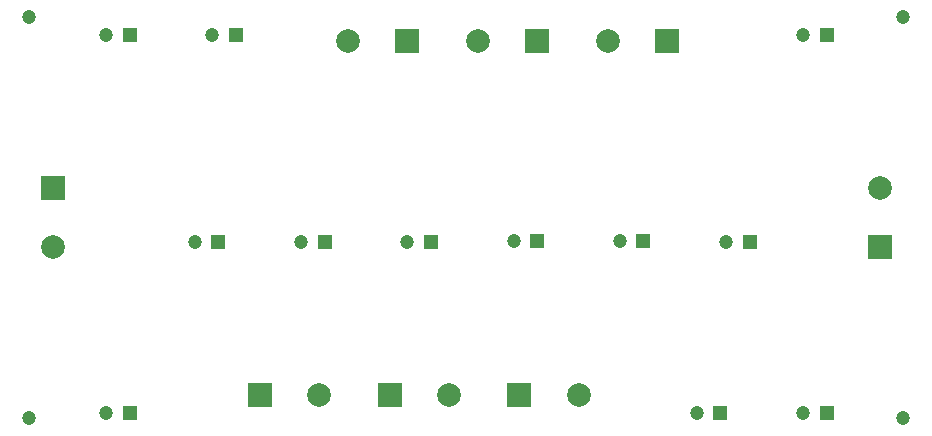
<source format=gbs>
G04*
G04 #@! TF.GenerationSoftware,Altium Limited,Altium Designer,23.2.1 (34)*
G04*
G04 Layer_Color=16711935*
%FSLAX44Y44*%
%MOMM*%
G71*
G04*
G04 #@! TF.SameCoordinates,8A9164C7-5861-4A14-A232-5D20C8E6C238*
G04*
G04*
G04 #@! TF.FilePolarity,Negative*
G04*
G01*
G75*
%ADD16C,1.2032*%
%ADD17C,1.2000*%
%ADD18R,1.2000X1.2000*%
%ADD19C,2.0000*%
%ADD20R,2.0000X2.0000*%
%ADD21R,2.0000X2.0000*%
D16*
X30000Y370000D02*
D03*
Y30000D02*
D03*
X770000Y370000D02*
D03*
Y30000D02*
D03*
D17*
X530000Y180000D02*
D03*
X170000Y179500D02*
D03*
X440000Y180000D02*
D03*
X260000Y179500D02*
D03*
X620000D02*
D03*
X350000D02*
D03*
X95000Y354500D02*
D03*
X185000Y355000D02*
D03*
X95000Y34500D02*
D03*
X685000Y35000D02*
D03*
X595000Y34500D02*
D03*
X685000Y354500D02*
D03*
D18*
X550000Y180000D02*
D03*
X190000Y179500D02*
D03*
X460000Y180000D02*
D03*
X280000Y179500D02*
D03*
X640000D02*
D03*
X370000D02*
D03*
X115000Y354500D02*
D03*
X205000Y355000D02*
D03*
X115000Y34500D02*
D03*
X705000Y35000D02*
D03*
X615000Y34500D02*
D03*
X705000Y354500D02*
D03*
D19*
X50000Y175000D02*
D03*
X300000Y350000D02*
D03*
X275000Y50000D02*
D03*
X385000D02*
D03*
X495000D02*
D03*
X750000Y225000D02*
D03*
X520000Y350000D02*
D03*
X410000D02*
D03*
D20*
X50000Y225000D02*
D03*
X750000Y175000D02*
D03*
D21*
X350000Y350000D02*
D03*
X225000Y50000D02*
D03*
X335000D02*
D03*
X445000D02*
D03*
X570000Y350000D02*
D03*
X460000D02*
D03*
M02*

</source>
